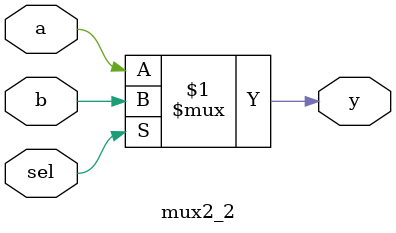
<source format=v>
`timescale 1ns / 1ns

module mux2_2(sel, a, b, y);

	input sel;
	input   a, b;
	output  y;
	
	assign y = sel ? b : a;
	
endmodule

</source>
